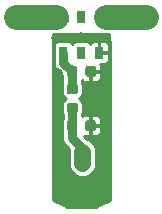
<source format=gbr>
G04 #@! TF.GenerationSoftware,KiCad,Pcbnew,(5.1.2)-1*
G04 #@! TF.CreationDate,2020-04-17T10:46:46+02:00*
G04 #@! TF.ProjectId,AntennaBalun,416e7465-6e6e-4614-9261-6c756e2e6b69,rev?*
G04 #@! TF.SameCoordinates,Original*
G04 #@! TF.FileFunction,Copper,L1,Top*
G04 #@! TF.FilePolarity,Positive*
%FSLAX46Y46*%
G04 Gerber Fmt 4.6, Leading zero omitted, Abs format (unit mm)*
G04 Created by KiCad (PCBNEW (5.1.2)-1) date 2020-04-17 10:46:46*
%MOMM*%
%LPD*%
G04 APERTURE LIST*
%ADD10C,0.100000*%
%ADD11C,0.875000*%
%ADD12R,0.760000X1.140000*%
%ADD13C,0.800000*%
%ADD14C,2.100000*%
%ADD15C,1.422400*%
%ADD16C,0.800000*%
%ADD17C,0.050000*%
%ADD18C,0.250000*%
G04 APERTURE END LIST*
D10*
G36*
X159527691Y-120726053D02*
G01*
X159548926Y-120729203D01*
X159569750Y-120734419D01*
X159589962Y-120741651D01*
X159609368Y-120750830D01*
X159627781Y-120761866D01*
X159645024Y-120774654D01*
X159660930Y-120789070D01*
X159675346Y-120804976D01*
X159688134Y-120822219D01*
X159699170Y-120840632D01*
X159708349Y-120860038D01*
X159715581Y-120880250D01*
X159720797Y-120901074D01*
X159723947Y-120922309D01*
X159725000Y-120943750D01*
X159725000Y-121456250D01*
X159723947Y-121477691D01*
X159720797Y-121498926D01*
X159715581Y-121519750D01*
X159708349Y-121539962D01*
X159699170Y-121559368D01*
X159688134Y-121577781D01*
X159675346Y-121595024D01*
X159660930Y-121610930D01*
X159645024Y-121625346D01*
X159627781Y-121638134D01*
X159609368Y-121649170D01*
X159589962Y-121658349D01*
X159569750Y-121665581D01*
X159548926Y-121670797D01*
X159527691Y-121673947D01*
X159506250Y-121675000D01*
X159068750Y-121675000D01*
X159047309Y-121673947D01*
X159026074Y-121670797D01*
X159005250Y-121665581D01*
X158985038Y-121658349D01*
X158965632Y-121649170D01*
X158947219Y-121638134D01*
X158929976Y-121625346D01*
X158914070Y-121610930D01*
X158899654Y-121595024D01*
X158886866Y-121577781D01*
X158875830Y-121559368D01*
X158866651Y-121539962D01*
X158859419Y-121519750D01*
X158854203Y-121498926D01*
X158851053Y-121477691D01*
X158850000Y-121456250D01*
X158850000Y-120943750D01*
X158851053Y-120922309D01*
X158854203Y-120901074D01*
X158859419Y-120880250D01*
X158866651Y-120860038D01*
X158875830Y-120840632D01*
X158886866Y-120822219D01*
X158899654Y-120804976D01*
X158914070Y-120789070D01*
X158929976Y-120774654D01*
X158947219Y-120761866D01*
X158965632Y-120750830D01*
X158985038Y-120741651D01*
X159005250Y-120734419D01*
X159026074Y-120729203D01*
X159047309Y-120726053D01*
X159068750Y-120725000D01*
X159506250Y-120725000D01*
X159527691Y-120726053D01*
X159527691Y-120726053D01*
G37*
D11*
X159287500Y-121200000D03*
D10*
G36*
X157952691Y-120726053D02*
G01*
X157973926Y-120729203D01*
X157994750Y-120734419D01*
X158014962Y-120741651D01*
X158034368Y-120750830D01*
X158052781Y-120761866D01*
X158070024Y-120774654D01*
X158085930Y-120789070D01*
X158100346Y-120804976D01*
X158113134Y-120822219D01*
X158124170Y-120840632D01*
X158133349Y-120860038D01*
X158140581Y-120880250D01*
X158145797Y-120901074D01*
X158148947Y-120922309D01*
X158150000Y-120943750D01*
X158150000Y-121456250D01*
X158148947Y-121477691D01*
X158145797Y-121498926D01*
X158140581Y-121519750D01*
X158133349Y-121539962D01*
X158124170Y-121559368D01*
X158113134Y-121577781D01*
X158100346Y-121595024D01*
X158085930Y-121610930D01*
X158070024Y-121625346D01*
X158052781Y-121638134D01*
X158034368Y-121649170D01*
X158014962Y-121658349D01*
X157994750Y-121665581D01*
X157973926Y-121670797D01*
X157952691Y-121673947D01*
X157931250Y-121675000D01*
X157493750Y-121675000D01*
X157472309Y-121673947D01*
X157451074Y-121670797D01*
X157430250Y-121665581D01*
X157410038Y-121658349D01*
X157390632Y-121649170D01*
X157372219Y-121638134D01*
X157354976Y-121625346D01*
X157339070Y-121610930D01*
X157324654Y-121595024D01*
X157311866Y-121577781D01*
X157300830Y-121559368D01*
X157291651Y-121539962D01*
X157284419Y-121519750D01*
X157279203Y-121498926D01*
X157276053Y-121477691D01*
X157275000Y-121456250D01*
X157275000Y-120943750D01*
X157276053Y-120922309D01*
X157279203Y-120901074D01*
X157284419Y-120880250D01*
X157291651Y-120860038D01*
X157300830Y-120840632D01*
X157311866Y-120822219D01*
X157324654Y-120804976D01*
X157339070Y-120789070D01*
X157354976Y-120774654D01*
X157372219Y-120761866D01*
X157390632Y-120750830D01*
X157410038Y-120741651D01*
X157430250Y-120734419D01*
X157451074Y-120729203D01*
X157472309Y-120726053D01*
X157493750Y-120725000D01*
X157931250Y-120725000D01*
X157952691Y-120726053D01*
X157952691Y-120726053D01*
G37*
D11*
X157712500Y-121200000D03*
D10*
G36*
X157952691Y-116126053D02*
G01*
X157973926Y-116129203D01*
X157994750Y-116134419D01*
X158014962Y-116141651D01*
X158034368Y-116150830D01*
X158052781Y-116161866D01*
X158070024Y-116174654D01*
X158085930Y-116189070D01*
X158100346Y-116204976D01*
X158113134Y-116222219D01*
X158124170Y-116240632D01*
X158133349Y-116260038D01*
X158140581Y-116280250D01*
X158145797Y-116301074D01*
X158148947Y-116322309D01*
X158150000Y-116343750D01*
X158150000Y-116856250D01*
X158148947Y-116877691D01*
X158145797Y-116898926D01*
X158140581Y-116919750D01*
X158133349Y-116939962D01*
X158124170Y-116959368D01*
X158113134Y-116977781D01*
X158100346Y-116995024D01*
X158085930Y-117010930D01*
X158070024Y-117025346D01*
X158052781Y-117038134D01*
X158034368Y-117049170D01*
X158014962Y-117058349D01*
X157994750Y-117065581D01*
X157973926Y-117070797D01*
X157952691Y-117073947D01*
X157931250Y-117075000D01*
X157493750Y-117075000D01*
X157472309Y-117073947D01*
X157451074Y-117070797D01*
X157430250Y-117065581D01*
X157410038Y-117058349D01*
X157390632Y-117049170D01*
X157372219Y-117038134D01*
X157354976Y-117025346D01*
X157339070Y-117010930D01*
X157324654Y-116995024D01*
X157311866Y-116977781D01*
X157300830Y-116959368D01*
X157291651Y-116939962D01*
X157284419Y-116919750D01*
X157279203Y-116898926D01*
X157276053Y-116877691D01*
X157275000Y-116856250D01*
X157275000Y-116343750D01*
X157276053Y-116322309D01*
X157279203Y-116301074D01*
X157284419Y-116280250D01*
X157291651Y-116260038D01*
X157300830Y-116240632D01*
X157311866Y-116222219D01*
X157324654Y-116204976D01*
X157339070Y-116189070D01*
X157354976Y-116174654D01*
X157372219Y-116161866D01*
X157390632Y-116150830D01*
X157410038Y-116141651D01*
X157430250Y-116134419D01*
X157451074Y-116129203D01*
X157472309Y-116126053D01*
X157493750Y-116125000D01*
X157931250Y-116125000D01*
X157952691Y-116126053D01*
X157952691Y-116126053D01*
G37*
D11*
X157712500Y-116600000D03*
D10*
G36*
X159527691Y-116126053D02*
G01*
X159548926Y-116129203D01*
X159569750Y-116134419D01*
X159589962Y-116141651D01*
X159609368Y-116150830D01*
X159627781Y-116161866D01*
X159645024Y-116174654D01*
X159660930Y-116189070D01*
X159675346Y-116204976D01*
X159688134Y-116222219D01*
X159699170Y-116240632D01*
X159708349Y-116260038D01*
X159715581Y-116280250D01*
X159720797Y-116301074D01*
X159723947Y-116322309D01*
X159725000Y-116343750D01*
X159725000Y-116856250D01*
X159723947Y-116877691D01*
X159720797Y-116898926D01*
X159715581Y-116919750D01*
X159708349Y-116939962D01*
X159699170Y-116959368D01*
X159688134Y-116977781D01*
X159675346Y-116995024D01*
X159660930Y-117010930D01*
X159645024Y-117025346D01*
X159627781Y-117038134D01*
X159609368Y-117049170D01*
X159589962Y-117058349D01*
X159569750Y-117065581D01*
X159548926Y-117070797D01*
X159527691Y-117073947D01*
X159506250Y-117075000D01*
X159068750Y-117075000D01*
X159047309Y-117073947D01*
X159026074Y-117070797D01*
X159005250Y-117065581D01*
X158985038Y-117058349D01*
X158965632Y-117049170D01*
X158947219Y-117038134D01*
X158929976Y-117025346D01*
X158914070Y-117010930D01*
X158899654Y-116995024D01*
X158886866Y-116977781D01*
X158875830Y-116959368D01*
X158866651Y-116939962D01*
X158859419Y-116919750D01*
X158854203Y-116898926D01*
X158851053Y-116877691D01*
X158850000Y-116856250D01*
X158850000Y-116343750D01*
X158851053Y-116322309D01*
X158854203Y-116301074D01*
X158859419Y-116280250D01*
X158866651Y-116260038D01*
X158875830Y-116240632D01*
X158886866Y-116222219D01*
X158899654Y-116204976D01*
X158914070Y-116189070D01*
X158929976Y-116174654D01*
X158947219Y-116161866D01*
X158965632Y-116150830D01*
X158985038Y-116141651D01*
X159005250Y-116134419D01*
X159026074Y-116129203D01*
X159047309Y-116126053D01*
X159068750Y-116125000D01*
X159506250Y-116125000D01*
X159527691Y-116126053D01*
X159527691Y-116126053D01*
G37*
D11*
X159287500Y-116600000D03*
D10*
G36*
X158027691Y-117676053D02*
G01*
X158048926Y-117679203D01*
X158069750Y-117684419D01*
X158089962Y-117691651D01*
X158109368Y-117700830D01*
X158127781Y-117711866D01*
X158145024Y-117724654D01*
X158160930Y-117739070D01*
X158175346Y-117754976D01*
X158188134Y-117772219D01*
X158199170Y-117790632D01*
X158208349Y-117810038D01*
X158215581Y-117830250D01*
X158220797Y-117851074D01*
X158223947Y-117872309D01*
X158225000Y-117893750D01*
X158225000Y-118331250D01*
X158223947Y-118352691D01*
X158220797Y-118373926D01*
X158215581Y-118394750D01*
X158208349Y-118414962D01*
X158199170Y-118434368D01*
X158188134Y-118452781D01*
X158175346Y-118470024D01*
X158160930Y-118485930D01*
X158145024Y-118500346D01*
X158127781Y-118513134D01*
X158109368Y-118524170D01*
X158089962Y-118533349D01*
X158069750Y-118540581D01*
X158048926Y-118545797D01*
X158027691Y-118548947D01*
X158006250Y-118550000D01*
X157493750Y-118550000D01*
X157472309Y-118548947D01*
X157451074Y-118545797D01*
X157430250Y-118540581D01*
X157410038Y-118533349D01*
X157390632Y-118524170D01*
X157372219Y-118513134D01*
X157354976Y-118500346D01*
X157339070Y-118485930D01*
X157324654Y-118470024D01*
X157311866Y-118452781D01*
X157300830Y-118434368D01*
X157291651Y-118414962D01*
X157284419Y-118394750D01*
X157279203Y-118373926D01*
X157276053Y-118352691D01*
X157275000Y-118331250D01*
X157275000Y-117893750D01*
X157276053Y-117872309D01*
X157279203Y-117851074D01*
X157284419Y-117830250D01*
X157291651Y-117810038D01*
X157300830Y-117790632D01*
X157311866Y-117772219D01*
X157324654Y-117754976D01*
X157339070Y-117739070D01*
X157354976Y-117724654D01*
X157372219Y-117711866D01*
X157390632Y-117700830D01*
X157410038Y-117691651D01*
X157430250Y-117684419D01*
X157451074Y-117679203D01*
X157472309Y-117676053D01*
X157493750Y-117675000D01*
X158006250Y-117675000D01*
X158027691Y-117676053D01*
X158027691Y-117676053D01*
G37*
D11*
X157750000Y-118112500D03*
D10*
G36*
X158027691Y-119251053D02*
G01*
X158048926Y-119254203D01*
X158069750Y-119259419D01*
X158089962Y-119266651D01*
X158109368Y-119275830D01*
X158127781Y-119286866D01*
X158145024Y-119299654D01*
X158160930Y-119314070D01*
X158175346Y-119329976D01*
X158188134Y-119347219D01*
X158199170Y-119365632D01*
X158208349Y-119385038D01*
X158215581Y-119405250D01*
X158220797Y-119426074D01*
X158223947Y-119447309D01*
X158225000Y-119468750D01*
X158225000Y-119906250D01*
X158223947Y-119927691D01*
X158220797Y-119948926D01*
X158215581Y-119969750D01*
X158208349Y-119989962D01*
X158199170Y-120009368D01*
X158188134Y-120027781D01*
X158175346Y-120045024D01*
X158160930Y-120060930D01*
X158145024Y-120075346D01*
X158127781Y-120088134D01*
X158109368Y-120099170D01*
X158089962Y-120108349D01*
X158069750Y-120115581D01*
X158048926Y-120120797D01*
X158027691Y-120123947D01*
X158006250Y-120125000D01*
X157493750Y-120125000D01*
X157472309Y-120123947D01*
X157451074Y-120120797D01*
X157430250Y-120115581D01*
X157410038Y-120108349D01*
X157390632Y-120099170D01*
X157372219Y-120088134D01*
X157354976Y-120075346D01*
X157339070Y-120060930D01*
X157324654Y-120045024D01*
X157311866Y-120027781D01*
X157300830Y-120009368D01*
X157291651Y-119989962D01*
X157284419Y-119969750D01*
X157279203Y-119948926D01*
X157276053Y-119927691D01*
X157275000Y-119906250D01*
X157275000Y-119468750D01*
X157276053Y-119447309D01*
X157279203Y-119426074D01*
X157284419Y-119405250D01*
X157291651Y-119385038D01*
X157300830Y-119365632D01*
X157311866Y-119347219D01*
X157324654Y-119329976D01*
X157339070Y-119314070D01*
X157354976Y-119299654D01*
X157372219Y-119286866D01*
X157390632Y-119275830D01*
X157410038Y-119266651D01*
X157430250Y-119259419D01*
X157451074Y-119254203D01*
X157472309Y-119251053D01*
X157493750Y-119250000D01*
X158006250Y-119250000D01*
X158027691Y-119251053D01*
X158027691Y-119251053D01*
G37*
D11*
X157750000Y-119687500D03*
D12*
X156981100Y-115023600D03*
X158501100Y-115023600D03*
X160021100Y-115023600D03*
X160021100Y-111983600D03*
X158501100Y-111983600D03*
X156981100Y-111983600D03*
D13*
X160600000Y-113800000D03*
X158500000Y-113700000D03*
X156400000Y-113800000D03*
X156500000Y-127250000D03*
X160500000Y-127250000D03*
X158500000Y-127500000D03*
X160500000Y-125500000D03*
X160500000Y-123750000D03*
X160500000Y-122000000D03*
X160500000Y-120250000D03*
X160500000Y-118500000D03*
X160500000Y-116750000D03*
X156500000Y-125500000D03*
X156500000Y-123750000D03*
X158500000Y-126000000D03*
X159000000Y-118500000D03*
X156500000Y-122000000D03*
X156500000Y-120250000D03*
X156500000Y-118500000D03*
X156500000Y-116750000D03*
D14*
X162000000Y-112000000D02*
X164000000Y-112000000D01*
X155000000Y-112000000D02*
X153000000Y-112000000D01*
X162000000Y-112000000D02*
X160600000Y-112000000D01*
X155000000Y-112000000D02*
X156400000Y-112000000D01*
D15*
X158601100Y-123403600D02*
X158601100Y-124403600D01*
D16*
X156981100Y-115868600D02*
X157712500Y-116600000D01*
X156981100Y-115023600D02*
X156981100Y-115868600D01*
X157712500Y-118075000D02*
X157750000Y-118112500D01*
X157712500Y-116600000D02*
X157712500Y-118075000D01*
X157750000Y-121162500D02*
X157712500Y-121200000D01*
X157750000Y-119687500D02*
X157750000Y-121162500D01*
X158601100Y-123132350D02*
X158601100Y-123403600D01*
X157712500Y-121200000D02*
X157712500Y-122243750D01*
X157712500Y-122243750D02*
X158601100Y-123132350D01*
D17*
G36*
X156621901Y-111053075D02*
G01*
X156826891Y-111124804D01*
X157010779Y-111240348D01*
X157164351Y-111393920D01*
X157279134Y-111576597D01*
X157375782Y-112000033D01*
X157351375Y-112216646D01*
X157278908Y-112423744D01*
X157162175Y-112609524D01*
X157007024Y-112764675D01*
X156822455Y-112880647D01*
X156393296Y-112978600D01*
X154502506Y-112978600D01*
X154284176Y-112954000D01*
X154078132Y-112881902D01*
X153893298Y-112765763D01*
X153738937Y-112611402D01*
X153623559Y-112427779D01*
X153526418Y-112002179D01*
X153550700Y-111786676D01*
X153622798Y-111580632D01*
X153738937Y-111395798D01*
X153893298Y-111241437D01*
X154076921Y-111126059D01*
X154503916Y-111028600D01*
X156404681Y-111028600D01*
X156621901Y-111053075D01*
X156621901Y-111053075D01*
G37*
X156621901Y-111053075D02*
X156826891Y-111124804D01*
X157010779Y-111240348D01*
X157164351Y-111393920D01*
X157279134Y-111576597D01*
X157375782Y-112000033D01*
X157351375Y-112216646D01*
X157278908Y-112423744D01*
X157162175Y-112609524D01*
X157007024Y-112764675D01*
X156822455Y-112880647D01*
X156393296Y-112978600D01*
X154502506Y-112978600D01*
X154284176Y-112954000D01*
X154078132Y-112881902D01*
X153893298Y-112765763D01*
X153738937Y-112611402D01*
X153623559Y-112427779D01*
X153526418Y-112002179D01*
X153550700Y-111786676D01*
X153622798Y-111580632D01*
X153738937Y-111395798D01*
X153893298Y-111241437D01*
X154076921Y-111126059D01*
X154503916Y-111028600D01*
X156404681Y-111028600D01*
X156621901Y-111053075D01*
G36*
X162925279Y-111126059D02*
G01*
X163108902Y-111241437D01*
X163263263Y-111395798D01*
X163379402Y-111580632D01*
X163451500Y-111786676D01*
X163475782Y-112002179D01*
X163378641Y-112427779D01*
X163263263Y-112611402D01*
X163108902Y-112765763D01*
X162924068Y-112881902D01*
X162718024Y-112954000D01*
X162499694Y-112978600D01*
X160598928Y-112978600D01*
X160174097Y-112881634D01*
X159991420Y-112766851D01*
X159837848Y-112613279D01*
X159722304Y-112429391D01*
X159650575Y-112224401D01*
X159626418Y-112010008D01*
X159724052Y-111582245D01*
X159840024Y-111397676D01*
X159995175Y-111242525D01*
X160180954Y-111125792D01*
X160388052Y-111053325D01*
X160607491Y-111028600D01*
X162498284Y-111028600D01*
X162925279Y-111126059D01*
X162925279Y-111126059D01*
G37*
X162925279Y-111126059D02*
X163108902Y-111241437D01*
X163263263Y-111395798D01*
X163379402Y-111580632D01*
X163451500Y-111786676D01*
X163475782Y-112002179D01*
X163378641Y-112427779D01*
X163263263Y-112611402D01*
X163108902Y-112765763D01*
X162924068Y-112881902D01*
X162718024Y-112954000D01*
X162499694Y-112978600D01*
X160598928Y-112978600D01*
X160174097Y-112881634D01*
X159991420Y-112766851D01*
X159837848Y-112613279D01*
X159722304Y-112429391D01*
X159650575Y-112224401D01*
X159626418Y-112010008D01*
X159724052Y-111582245D01*
X159840024Y-111397676D01*
X159995175Y-111242525D01*
X160180954Y-111125792D01*
X160388052Y-111053325D01*
X160607491Y-111028600D01*
X162498284Y-111028600D01*
X162925279Y-111126059D01*
D18*
G36*
X160310850Y-113453657D02*
G01*
X160527548Y-113475000D01*
X160875000Y-113475000D01*
X160875000Y-114000000D01*
X160877402Y-114024386D01*
X160884515Y-114047835D01*
X160896066Y-114069446D01*
X160900001Y-114074241D01*
X160900000Y-127491802D01*
X159814832Y-128037606D01*
X159808834Y-128039425D01*
X159770883Y-128059711D01*
X159754493Y-128067954D01*
X159749233Y-128071283D01*
X159721972Y-128085854D01*
X159707709Y-128097559D01*
X159692120Y-128107424D01*
X159673648Y-128125000D01*
X157328532Y-128125000D01*
X157309830Y-128107228D01*
X157294367Y-128097457D01*
X157280229Y-128085854D01*
X157252829Y-128071209D01*
X157247432Y-128067798D01*
X157231172Y-128059632D01*
X157193366Y-128039425D01*
X157187219Y-128037560D01*
X156100000Y-127491585D01*
X156100000Y-115868600D01*
X156152110Y-115868600D01*
X156156100Y-115909113D01*
X156156100Y-115909121D01*
X156159997Y-115948684D01*
X156168038Y-116030328D01*
X156201137Y-116139438D01*
X156215213Y-116185841D01*
X156291820Y-116329163D01*
X156394916Y-116454785D01*
X156426391Y-116480616D01*
X156852961Y-116907186D01*
X156860353Y-116982241D01*
X156887500Y-117071733D01*
X156887501Y-117678265D01*
X156860353Y-117767759D01*
X156847944Y-117893750D01*
X156847944Y-118331250D01*
X156860353Y-118457241D01*
X156897103Y-118578389D01*
X156956782Y-118690041D01*
X157037096Y-118787904D01*
X157134959Y-118868218D01*
X157194419Y-118900000D01*
X157134959Y-118931782D01*
X157037096Y-119012096D01*
X156956782Y-119109959D01*
X156897103Y-119221611D01*
X156860353Y-119342759D01*
X156847944Y-119468750D01*
X156847944Y-119906250D01*
X156860353Y-120032241D01*
X156897103Y-120153389D01*
X156925000Y-120205581D01*
X156925001Y-120644418D01*
X156897103Y-120696611D01*
X156860353Y-120817759D01*
X156847944Y-120943750D01*
X156847944Y-121456250D01*
X156860353Y-121582241D01*
X156887500Y-121671734D01*
X156887501Y-122203227D01*
X156883510Y-122243750D01*
X156899438Y-122405478D01*
X156942116Y-122546165D01*
X156946613Y-122560991D01*
X157023220Y-122704313D01*
X157126316Y-122829935D01*
X157157791Y-122855766D01*
X157481701Y-123179677D01*
X157481340Y-123180867D01*
X157464900Y-123347788D01*
X157464900Y-124459413D01*
X157481340Y-124626334D01*
X157546310Y-124840509D01*
X157651815Y-125037893D01*
X157793799Y-125210902D01*
X157966808Y-125352886D01*
X158164192Y-125458390D01*
X158378367Y-125523360D01*
X158601100Y-125545297D01*
X158823834Y-125523360D01*
X159038009Y-125458390D01*
X159235393Y-125352886D01*
X159408402Y-125210902D01*
X159550386Y-125037893D01*
X159655890Y-124840509D01*
X159720860Y-124626334D01*
X159737300Y-124459413D01*
X159737300Y-123347787D01*
X159720860Y-123180866D01*
X159655890Y-122966691D01*
X159550386Y-122769307D01*
X159408402Y-122596298D01*
X159235393Y-122454314D01*
X159038008Y-122348810D01*
X158960893Y-122325417D01*
X158713057Y-122077582D01*
X158766686Y-122093850D01*
X158850000Y-122102056D01*
X159156250Y-122100000D01*
X159262500Y-121993750D01*
X159262500Y-121225000D01*
X159312500Y-121225000D01*
X159312500Y-121993750D01*
X159418750Y-122100000D01*
X159725000Y-122102056D01*
X159808314Y-122093850D01*
X159888427Y-122069548D01*
X159962260Y-122030084D01*
X160026974Y-121976974D01*
X160080084Y-121912260D01*
X160119548Y-121838427D01*
X160143850Y-121758314D01*
X160152056Y-121675000D01*
X160150000Y-121331250D01*
X160043750Y-121225000D01*
X159312500Y-121225000D01*
X159262500Y-121225000D01*
X159242500Y-121225000D01*
X159242500Y-121175000D01*
X159262500Y-121175000D01*
X159262500Y-120406250D01*
X159312500Y-120406250D01*
X159312500Y-121175000D01*
X160043750Y-121175000D01*
X160150000Y-121068750D01*
X160152056Y-120725000D01*
X160143850Y-120641686D01*
X160119548Y-120561573D01*
X160080084Y-120487740D01*
X160026974Y-120423026D01*
X159962260Y-120369916D01*
X159888427Y-120330452D01*
X159808314Y-120306150D01*
X159725000Y-120297944D01*
X159418750Y-120300000D01*
X159312500Y-120406250D01*
X159262500Y-120406250D01*
X159156250Y-120300000D01*
X158850000Y-120297944D01*
X158766686Y-120306150D01*
X158686573Y-120330452D01*
X158612740Y-120369916D01*
X158575000Y-120400889D01*
X158575000Y-120205581D01*
X158602897Y-120153389D01*
X158639647Y-120032241D01*
X158652056Y-119906250D01*
X158652056Y-119468750D01*
X158639647Y-119342759D01*
X158602897Y-119221611D01*
X158543218Y-119109959D01*
X158462904Y-119012096D01*
X158365041Y-118931782D01*
X158305581Y-118900000D01*
X158365041Y-118868218D01*
X158462904Y-118787904D01*
X158543218Y-118690041D01*
X158602897Y-118578389D01*
X158639647Y-118457241D01*
X158652056Y-118331250D01*
X158652056Y-117893750D01*
X158639647Y-117767759D01*
X158602897Y-117646611D01*
X158543218Y-117534959D01*
X158537500Y-117527992D01*
X158537500Y-117364148D01*
X158548026Y-117376974D01*
X158612740Y-117430084D01*
X158686573Y-117469548D01*
X158766686Y-117493850D01*
X158850000Y-117502056D01*
X159156250Y-117500000D01*
X159262500Y-117393750D01*
X159262500Y-116625000D01*
X159312500Y-116625000D01*
X159312500Y-117393750D01*
X159418750Y-117500000D01*
X159725000Y-117502056D01*
X159808314Y-117493850D01*
X159888427Y-117469548D01*
X159962260Y-117430084D01*
X160026974Y-117376974D01*
X160080084Y-117312260D01*
X160119548Y-117238427D01*
X160143850Y-117158314D01*
X160152056Y-117075000D01*
X160150000Y-116731250D01*
X160043750Y-116625000D01*
X159312500Y-116625000D01*
X159262500Y-116625000D01*
X159242500Y-116625000D01*
X159242500Y-116575000D01*
X159262500Y-116575000D01*
X159262500Y-116555000D01*
X159312500Y-116555000D01*
X159312500Y-116575000D01*
X160043750Y-116575000D01*
X160150000Y-116468750D01*
X160152056Y-116125000D01*
X160143850Y-116041686D01*
X160130096Y-115996346D01*
X160152350Y-116018600D01*
X160401100Y-116020656D01*
X160484414Y-116012450D01*
X160564527Y-115988148D01*
X160638360Y-115948684D01*
X160703074Y-115895574D01*
X160756184Y-115830860D01*
X160795648Y-115757027D01*
X160819950Y-115676914D01*
X160828156Y-115593600D01*
X160826100Y-115154850D01*
X160719850Y-115048600D01*
X160046100Y-115048600D01*
X160046100Y-115068600D01*
X159996100Y-115068600D01*
X159996100Y-115048600D01*
X159976100Y-115048600D01*
X159976100Y-114998600D01*
X159996100Y-114998600D01*
X159996100Y-114134850D01*
X160046100Y-114134850D01*
X160046100Y-114998600D01*
X160719850Y-114998600D01*
X160826100Y-114892350D01*
X160828156Y-114453600D01*
X160819950Y-114370286D01*
X160795648Y-114290173D01*
X160756184Y-114216340D01*
X160703074Y-114151626D01*
X160638360Y-114098516D01*
X160564527Y-114059052D01*
X160484414Y-114034750D01*
X160401100Y-114026544D01*
X160152350Y-114028600D01*
X160046100Y-114134850D01*
X159996100Y-114134850D01*
X159889850Y-114028600D01*
X159641100Y-114026544D01*
X159557786Y-114034750D01*
X159477673Y-114059052D01*
X159403840Y-114098516D01*
X159339126Y-114151626D01*
X159286016Y-114216340D01*
X159261100Y-114262955D01*
X159236184Y-114216340D01*
X159183074Y-114151626D01*
X159118360Y-114098516D01*
X159044527Y-114059052D01*
X158964414Y-114034750D01*
X158881100Y-114026544D01*
X158121100Y-114026544D01*
X158037786Y-114034750D01*
X157957673Y-114059052D01*
X157883840Y-114098516D01*
X157819126Y-114151626D01*
X157766016Y-114216340D01*
X157741100Y-114262955D01*
X157716184Y-114216340D01*
X157663074Y-114151626D01*
X157598360Y-114098516D01*
X157524527Y-114059052D01*
X157444414Y-114034750D01*
X157361100Y-114026544D01*
X156601100Y-114026544D01*
X156517786Y-114034750D01*
X156437673Y-114059052D01*
X156363840Y-114098516D01*
X156299126Y-114151626D01*
X156246016Y-114216340D01*
X156206552Y-114290173D01*
X156182250Y-114370286D01*
X156174044Y-114453600D01*
X156174044Y-114842074D01*
X156168038Y-114861873D01*
X156156100Y-114983080D01*
X156156100Y-115828087D01*
X156152110Y-115868600D01*
X156100000Y-115868600D01*
X156100000Y-114074239D01*
X156103934Y-114069446D01*
X156115485Y-114047835D01*
X156122598Y-114024386D01*
X156125000Y-114000000D01*
X156125000Y-113475000D01*
X156472452Y-113475000D01*
X156689150Y-113453657D01*
X156783620Y-113425000D01*
X160216380Y-113425000D01*
X160310850Y-113453657D01*
X160310850Y-113453657D01*
G37*
X160310850Y-113453657D02*
X160527548Y-113475000D01*
X160875000Y-113475000D01*
X160875000Y-114000000D01*
X160877402Y-114024386D01*
X160884515Y-114047835D01*
X160896066Y-114069446D01*
X160900001Y-114074241D01*
X160900000Y-127491802D01*
X159814832Y-128037606D01*
X159808834Y-128039425D01*
X159770883Y-128059711D01*
X159754493Y-128067954D01*
X159749233Y-128071283D01*
X159721972Y-128085854D01*
X159707709Y-128097559D01*
X159692120Y-128107424D01*
X159673648Y-128125000D01*
X157328532Y-128125000D01*
X157309830Y-128107228D01*
X157294367Y-128097457D01*
X157280229Y-128085854D01*
X157252829Y-128071209D01*
X157247432Y-128067798D01*
X157231172Y-128059632D01*
X157193366Y-128039425D01*
X157187219Y-128037560D01*
X156100000Y-127491585D01*
X156100000Y-115868600D01*
X156152110Y-115868600D01*
X156156100Y-115909113D01*
X156156100Y-115909121D01*
X156159997Y-115948684D01*
X156168038Y-116030328D01*
X156201137Y-116139438D01*
X156215213Y-116185841D01*
X156291820Y-116329163D01*
X156394916Y-116454785D01*
X156426391Y-116480616D01*
X156852961Y-116907186D01*
X156860353Y-116982241D01*
X156887500Y-117071733D01*
X156887501Y-117678265D01*
X156860353Y-117767759D01*
X156847944Y-117893750D01*
X156847944Y-118331250D01*
X156860353Y-118457241D01*
X156897103Y-118578389D01*
X156956782Y-118690041D01*
X157037096Y-118787904D01*
X157134959Y-118868218D01*
X157194419Y-118900000D01*
X157134959Y-118931782D01*
X157037096Y-119012096D01*
X156956782Y-119109959D01*
X156897103Y-119221611D01*
X156860353Y-119342759D01*
X156847944Y-119468750D01*
X156847944Y-119906250D01*
X156860353Y-120032241D01*
X156897103Y-120153389D01*
X156925000Y-120205581D01*
X156925001Y-120644418D01*
X156897103Y-120696611D01*
X156860353Y-120817759D01*
X156847944Y-120943750D01*
X156847944Y-121456250D01*
X156860353Y-121582241D01*
X156887500Y-121671734D01*
X156887501Y-122203227D01*
X156883510Y-122243750D01*
X156899438Y-122405478D01*
X156942116Y-122546165D01*
X156946613Y-122560991D01*
X157023220Y-122704313D01*
X157126316Y-122829935D01*
X157157791Y-122855766D01*
X157481701Y-123179677D01*
X157481340Y-123180867D01*
X157464900Y-123347788D01*
X157464900Y-124459413D01*
X157481340Y-124626334D01*
X157546310Y-124840509D01*
X157651815Y-125037893D01*
X157793799Y-125210902D01*
X157966808Y-125352886D01*
X158164192Y-125458390D01*
X158378367Y-125523360D01*
X158601100Y-125545297D01*
X158823834Y-125523360D01*
X159038009Y-125458390D01*
X159235393Y-125352886D01*
X159408402Y-125210902D01*
X159550386Y-125037893D01*
X159655890Y-124840509D01*
X159720860Y-124626334D01*
X159737300Y-124459413D01*
X159737300Y-123347787D01*
X159720860Y-123180866D01*
X159655890Y-122966691D01*
X159550386Y-122769307D01*
X159408402Y-122596298D01*
X159235393Y-122454314D01*
X159038008Y-122348810D01*
X158960893Y-122325417D01*
X158713057Y-122077582D01*
X158766686Y-122093850D01*
X158850000Y-122102056D01*
X159156250Y-122100000D01*
X159262500Y-121993750D01*
X159262500Y-121225000D01*
X159312500Y-121225000D01*
X159312500Y-121993750D01*
X159418750Y-122100000D01*
X159725000Y-122102056D01*
X159808314Y-122093850D01*
X159888427Y-122069548D01*
X159962260Y-122030084D01*
X160026974Y-121976974D01*
X160080084Y-121912260D01*
X160119548Y-121838427D01*
X160143850Y-121758314D01*
X160152056Y-121675000D01*
X160150000Y-121331250D01*
X160043750Y-121225000D01*
X159312500Y-121225000D01*
X159262500Y-121225000D01*
X159242500Y-121225000D01*
X159242500Y-121175000D01*
X159262500Y-121175000D01*
X159262500Y-120406250D01*
X159312500Y-120406250D01*
X159312500Y-121175000D01*
X160043750Y-121175000D01*
X160150000Y-121068750D01*
X160152056Y-120725000D01*
X160143850Y-120641686D01*
X160119548Y-120561573D01*
X160080084Y-120487740D01*
X160026974Y-120423026D01*
X159962260Y-120369916D01*
X159888427Y-120330452D01*
X159808314Y-120306150D01*
X159725000Y-120297944D01*
X159418750Y-120300000D01*
X159312500Y-120406250D01*
X159262500Y-120406250D01*
X159156250Y-120300000D01*
X158850000Y-120297944D01*
X158766686Y-120306150D01*
X158686573Y-120330452D01*
X158612740Y-120369916D01*
X158575000Y-120400889D01*
X158575000Y-120205581D01*
X158602897Y-120153389D01*
X158639647Y-120032241D01*
X158652056Y-119906250D01*
X158652056Y-119468750D01*
X158639647Y-119342759D01*
X158602897Y-119221611D01*
X158543218Y-119109959D01*
X158462904Y-119012096D01*
X158365041Y-118931782D01*
X158305581Y-118900000D01*
X158365041Y-118868218D01*
X158462904Y-118787904D01*
X158543218Y-118690041D01*
X158602897Y-118578389D01*
X158639647Y-118457241D01*
X158652056Y-118331250D01*
X158652056Y-117893750D01*
X158639647Y-117767759D01*
X158602897Y-117646611D01*
X158543218Y-117534959D01*
X158537500Y-117527992D01*
X158537500Y-117364148D01*
X158548026Y-117376974D01*
X158612740Y-117430084D01*
X158686573Y-117469548D01*
X158766686Y-117493850D01*
X158850000Y-117502056D01*
X159156250Y-117500000D01*
X159262500Y-117393750D01*
X159262500Y-116625000D01*
X159312500Y-116625000D01*
X159312500Y-117393750D01*
X159418750Y-117500000D01*
X159725000Y-117502056D01*
X159808314Y-117493850D01*
X159888427Y-117469548D01*
X159962260Y-117430084D01*
X160026974Y-117376974D01*
X160080084Y-117312260D01*
X160119548Y-117238427D01*
X160143850Y-117158314D01*
X160152056Y-117075000D01*
X160150000Y-116731250D01*
X160043750Y-116625000D01*
X159312500Y-116625000D01*
X159262500Y-116625000D01*
X159242500Y-116625000D01*
X159242500Y-116575000D01*
X159262500Y-116575000D01*
X159262500Y-116555000D01*
X159312500Y-116555000D01*
X159312500Y-116575000D01*
X160043750Y-116575000D01*
X160150000Y-116468750D01*
X160152056Y-116125000D01*
X160143850Y-116041686D01*
X160130096Y-115996346D01*
X160152350Y-116018600D01*
X160401100Y-116020656D01*
X160484414Y-116012450D01*
X160564527Y-115988148D01*
X160638360Y-115948684D01*
X160703074Y-115895574D01*
X160756184Y-115830860D01*
X160795648Y-115757027D01*
X160819950Y-115676914D01*
X160828156Y-115593600D01*
X160826100Y-115154850D01*
X160719850Y-115048600D01*
X160046100Y-115048600D01*
X160046100Y-115068600D01*
X159996100Y-115068600D01*
X159996100Y-115048600D01*
X159976100Y-115048600D01*
X159976100Y-114998600D01*
X159996100Y-114998600D01*
X159996100Y-114134850D01*
X160046100Y-114134850D01*
X160046100Y-114998600D01*
X160719850Y-114998600D01*
X160826100Y-114892350D01*
X160828156Y-114453600D01*
X160819950Y-114370286D01*
X160795648Y-114290173D01*
X160756184Y-114216340D01*
X160703074Y-114151626D01*
X160638360Y-114098516D01*
X160564527Y-114059052D01*
X160484414Y-114034750D01*
X160401100Y-114026544D01*
X160152350Y-114028600D01*
X160046100Y-114134850D01*
X159996100Y-114134850D01*
X159889850Y-114028600D01*
X159641100Y-114026544D01*
X159557786Y-114034750D01*
X159477673Y-114059052D01*
X159403840Y-114098516D01*
X159339126Y-114151626D01*
X159286016Y-114216340D01*
X159261100Y-114262955D01*
X159236184Y-114216340D01*
X159183074Y-114151626D01*
X159118360Y-114098516D01*
X159044527Y-114059052D01*
X158964414Y-114034750D01*
X158881100Y-114026544D01*
X158121100Y-114026544D01*
X158037786Y-114034750D01*
X157957673Y-114059052D01*
X157883840Y-114098516D01*
X157819126Y-114151626D01*
X157766016Y-114216340D01*
X157741100Y-114262955D01*
X157716184Y-114216340D01*
X157663074Y-114151626D01*
X157598360Y-114098516D01*
X157524527Y-114059052D01*
X157444414Y-114034750D01*
X157361100Y-114026544D01*
X156601100Y-114026544D01*
X156517786Y-114034750D01*
X156437673Y-114059052D01*
X156363840Y-114098516D01*
X156299126Y-114151626D01*
X156246016Y-114216340D01*
X156206552Y-114290173D01*
X156182250Y-114370286D01*
X156174044Y-114453600D01*
X156174044Y-114842074D01*
X156168038Y-114861873D01*
X156156100Y-114983080D01*
X156156100Y-115828087D01*
X156152110Y-115868600D01*
X156100000Y-115868600D01*
X156100000Y-114074239D01*
X156103934Y-114069446D01*
X156115485Y-114047835D01*
X156122598Y-114024386D01*
X156125000Y-114000000D01*
X156125000Y-113475000D01*
X156472452Y-113475000D01*
X156689150Y-113453657D01*
X156783620Y-113425000D01*
X160216380Y-113425000D01*
X160310850Y-113453657D01*
M02*

</source>
